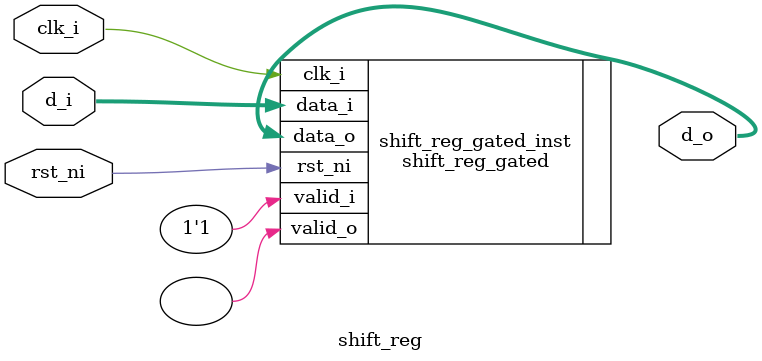
<source format=sv>


// only support: input data in the mode of one by one period
module shift_reg #(
    parameter int unsigned Width = 32'd32  , 
    parameter int unsigned Depth = 1
)(
    input  logic             clk_i  ,    
    input  logic             rst_ni ,   
    input  logic [Width-1:0] d_i    ,
    output logic [Width-1:0] d_o        
);

shift_reg_gated #(
    .Depth(Depth ),
    .Width(Width )
) shift_reg_gated_inst (
    .clk_i  (clk_i ),
    .rst_ni (rst_ni),
    .valid_i(1'b1  ),
    .data_i (d_i   ),
    .valid_o(      ),
    .data_o (d_o   )
);

endmodule
</source>
